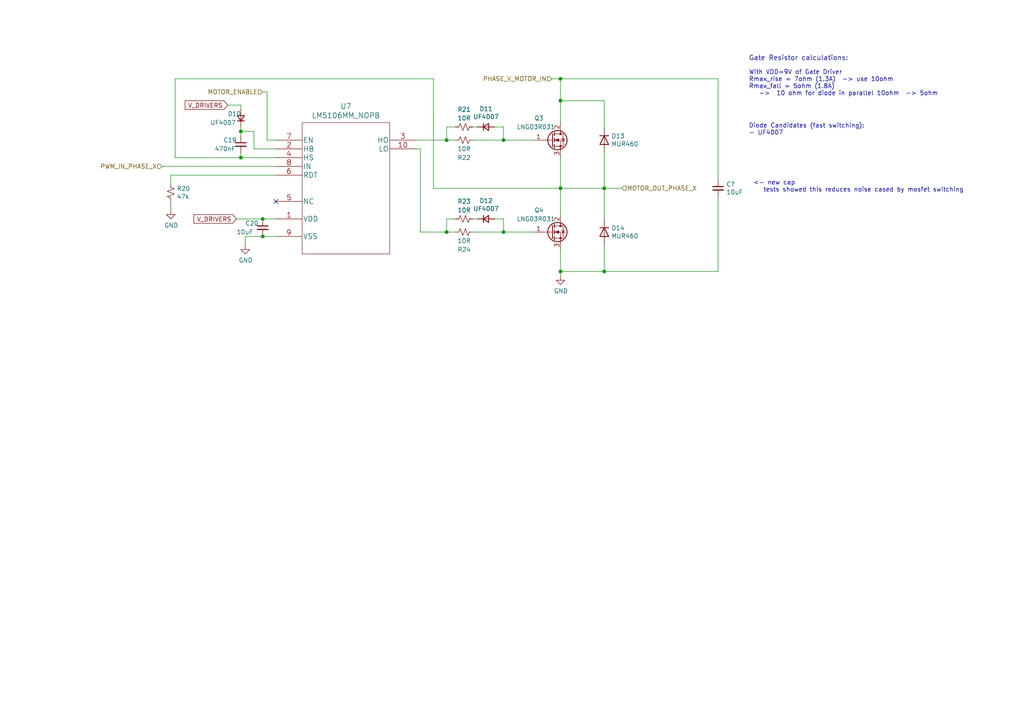
<source format=kicad_sch>
(kicad_sch (version 20250114) (generator "eeschema") (generator_version "9.0")
  (paper "A4")
  (title_block (title "Motor Driver - Power Stage") (date "2025-11-1") (rev "0"))
  (lib_symbols
    (symbol "Device:C_Small" (pin_numbers (hide yes)) (pin_names (offset 0.254) (hide yes))
      (property "Reference" "C" (at 0.254 1.778 0))
      (property "Value" "C_Small" (at 0.254 -2.032 0))
      (symbol "C_Small_0_1"
        (polyline (pts (xy -1.524 0.508) (xy 1.524 0.508)) (stroke (width 0.3048)))
        (polyline (pts (xy -1.524 -0.508) (xy 1.524 -0.508)) (stroke (width 0.3302)))
      )
      (symbol "C_Small_1_1"
        (pin passive line (at 0 2.54 270) (length 2.032) (name "~") (number "1"))
        (pin passive line (at 0 -2.54 90) (length 2.032) (name "~") (number "2"))
      )
    )
    (symbol "Device:D" (pin_numbers (hide yes)) (pin_names (offset 1.016) (hide yes))
      (property "Reference" "D" (at 0 2.54 0))
      (property "Value" "D" (at 0 -2.54 0))
      (symbol "D_0_1"
        (polyline (pts (xy -1.27 1.27) (xy -1.27 -1.27)) (stroke (width 0.254)))
        (polyline (pts (xy 1.27 1.27) (xy 1.27 -1.27) (xy -1.27 0) (xy 1.27 1.27)) (stroke (width 0.254)))
        (polyline (pts (xy 1.27 0) (xy -1.27 0)))
      )
      (symbol "D_1_1"
        (pin passive line (at -3.81 0 0) (length 2.54) (name "K") (number "1"))
        (pin passive line (at 3.81 0 180) (length 2.54) (name "A") (number "2"))
      )
    )
    (symbol "Device:D_Small" (pin_numbers (hide yes)) (pin_names (offset 0.254) (hide yes))
      (property "Reference" "D" (at -1.27 2.032 0))
      (property "Value" "D_Small" (at -3.81 -2.032 0))
      (symbol "D_Small_0_1"
        (polyline (pts (xy -0.762 0) (xy 0.762 0)))
        (polyline (pts (xy -0.762 -1.016) (xy -0.762 1.016)) (stroke (width 0.254)))
        (polyline (pts (xy 0.762 -1.016) (xy -0.762 0) (xy 0.762 1.016) (xy 0.762 -1.016)) (stroke (width 0.254)))
      )
      (symbol "D_Small_1_1"
        (pin passive line (at -2.54 0 0) (length 1.778) (name "K") (number "1"))
        (pin passive line (at 2.54 0 180) (length 1.778) (name "A") (number "2"))
      )
    )
    (symbol "Device:Q_NMOS_GDS" (pin_names (offset 0) (hide yes))
      (property "Reference" "Q" (at 5.08 1.27 0))
      (property "Value" "Q_NMOS_GDS" (at 5.08 -1.27 0))
      (symbol "Q_NMOS_GDS_0_1"
        (polyline (pts (xy 0.254 1.905) (xy 0.254 -1.905)) (stroke (width 0.254)))
        (polyline (pts (xy 0.254 0) (xy -2.54 0)))
        (polyline (pts (xy 0.762 2.286) (xy 0.762 1.27)) (stroke (width 0.254)))
        (polyline (pts (xy 0.762 0.508) (xy 0.762 -0.508)) (stroke (width 0.254)))
        (polyline (pts (xy 0.762 -1.27) (xy 0.762 -2.286)) (stroke (width 0.254)))
        (polyline (pts (xy 0.762 -1.778) (xy 3.302 -1.778) (xy 3.302 1.778) (xy 0.762 1.778)))
        (polyline (pts (xy 1.016 0) (xy 2.032 0.381) (xy 2.032 -0.381) (xy 1.016 0)) (fill (type outline)))
        (circle (center 1.651 0) (radius 2.794) (stroke (width 0.254)))
        (polyline (pts (xy 2.54 2.54) (xy 2.54 1.778)))
        (circle (center 2.54 1.778) (radius 0.254) (fill (type outline)))
        (circle (center 2.54 -1.778) (radius 0.254) (fill (type outline)))
        (polyline (pts (xy 2.54 -2.54) (xy 2.54 0) (xy 0.762 0)))
        (polyline (pts (xy 2.794 0.508) (xy 2.921 0.381) (xy 3.683 0.381) (xy 3.81 0.254)))
        (polyline (pts (xy 3.302 0.381) (xy 2.921 -0.254) (xy 3.683 -0.254) (xy 3.302 0.381)))
      )
      (symbol "Q_NMOS_GDS_1_1"
        (pin input line (at -5.08 0 0) (length 2.54) (name "G") (number "1"))
        (pin passive line (at 2.54 5.08 270) (length 2.54) (name "D") (number "2"))
        (pin passive line (at 2.54 -5.08 90) (length 2.54) (name "S") (number "3"))
      )
    )
    (symbol "Device:R_Small_US" (pin_numbers (hide yes)) (pin_names (offset 0.254) (hide yes))
      (property "Reference" "R" (at 0.762 0.508 0))
      (property "Value" "R_Small_US" (at 0.762 -1.016 0))
      (symbol "R_Small_US_1_1"
        (polyline (pts (xy 0 1.524) (xy 1.016 1.143) (xy 0 0.762) (xy -1.016 0.381) (xy 0 0)))
        (polyline (pts (xy 0 0) (xy 1.016 -0.381) (xy 0 -0.762) (xy -1.016 -1.143) (xy 0 -1.524)))
        (pin passive line (at 0 2.54 270) (length 1.016) (name "~") (number "1"))
        (pin passive line (at 0 -2.54 90) (length 1.016) (name "~") (number "2"))
      )
    )
    (symbol "motorDriver-rescue:LM5106MM_NOPB-lm5106" (pin_names (offset 0.254))
      (property "Value" "lm5106_LM5106MM_NOPB" (at 20.32 7.62 0))
      (symbol "LM5106MM_NOPB-lm5106_1_1"
        (polyline (pts (xy 7.62 5.08) (xy 7.62 -33.02)) (stroke (width 0.127)))
        (polyline (pts (xy 7.62 -33.02) (xy 33.02 -33.02)) (stroke (width 0.127)))
        (polyline (pts (xy 33.02 5.08) (xy 7.62 5.08)) (stroke (width 0.127)))
        (polyline (pts (xy 33.02 -33.02) (xy 33.02 5.08)) (stroke (width 0.127)))
        (pin input line (at 0 0 0) (length 7.62) (name "EN") (number "7"))
        (pin input line (at 0 -2.54 0) (length 7.62) (name "HB") (number "2"))
        (pin input line (at 0 -5.08 0) (length 7.62) (name "HS") (number "4"))
        (pin input line (at 0 -7.62 0) (length 7.62) (name "IN") (number "8"))
        (pin input line (at 0 -10.16 0) (length 7.62) (name "RDT") (number "6"))
        (pin passive line (at 0 -17.78 0) (length 7.62) (name "NC") (number "5"))
        (pin power_in line (at 0 -22.86 0) (length 7.62) (name "VDD") (number "1"))
        (pin power_in line (at 0 -27.94 0) (length 7.62) (name "VSS") (number "9"))
        (pin output line (at 40.64 0 180) (length 7.62) (name "HO") (number "3"))
        (pin output line (at 40.64 -2.54 180) (length 7.62) (name "LO") (number "10"))
      )
    )
    (symbol "power:GND" (power) (pin_names (offset 0))
      (property "Value" "GND" (at 0 -3.81 0))
      (symbol "GND_0_1"
        (polyline (pts (xy 0 0) (xy 0 -1.27) (xy 1.27 -1.27) (xy 0 -2.54) (xy -1.27 -1.27) (xy 0 -1.27)))
      )
      (symbol "GND_1_1"
        (pin power_in line (at 0 0 270) (length 0) (hide yes) (name "GND") (number "1"))
      )
    )
  )
  (text "<- new cap\n   tests showed this reduces noise cased by mosfet switching" (at 218.44 55.88 0) (effects (font (size 1.27 1.27)) (justify left bottom)))
  (text "With VDD=9V of Gate Driver\nRmax_rise = 7ohm (1.3A)  -> use 10ohm\nRmax_fall = 5ohm (1.8A)    \n   ->  10 ohm for diode in parallel 10ohm  -> 5ohm" (at 217.17 27.94 0) (effects (font (size 1.27 1.27)) (justify left bottom)))
  (text "Diode Candidates (fast switching):\n- UF4007 " (at 217.17 39.37 0) (effects (font (size 1.27 1.27)) (justify left bottom)))
  (text "Gate Resistor calculations:" (at 217.17 17.78 0) (effects (font (size 1.397 1.397)) (justify left bottom)))
  (junction (at 162.56 22.86))
  (junction (at 129.54 40.64))
  (junction (at 76.2 63.5))
  (junction (at 162.56 29.21))
  (junction (at 69.85 38.1))
  (junction (at 175.26 78.74))
  (junction (at 129.54 67.31))
  (junction (at 175.26 54.61))
  (junction (at 69.85 45.72))
  (junction (at 146.05 40.64))
  (junction (at 146.05 67.31))
  (junction (at 76.2 68.58))
  (junction (at 162.56 54.61))
  (junction (at 162.56 78.74))
  (no_connect (at 80.01 58.42))
  (wire (pts (xy 146.05 36.83) (xy 146.05 40.64)))
  (wire (pts (xy 66.04 30.48) (xy 69.85 30.48)))
  (wire (pts (xy 121.92 67.31) (xy 129.54 67.31)))
  (wire (pts (xy 69.85 45.72) (xy 80.01 45.72)))
  (wire (pts (xy 69.85 44.45) (xy 69.85 45.72)))
  (wire (pts (xy 162.56 22.86) (xy 208.28 22.86)))
  (wire (pts (xy 143.51 36.83) (xy 146.05 36.83)))
  (wire (pts (xy 73.66 43.18) (xy 80.01 43.18)))
  (wire (pts (xy 208.28 57.15) (xy 208.28 78.74)))
  (wire (pts (xy 46.99 48.26) (xy 80.01 48.26)))
  (wire (pts (xy 73.66 38.1) (xy 69.85 38.1)))
  (wire (pts (xy 146.05 67.31) (xy 154.94 67.31)))
  (wire (pts (xy 175.26 71.12) (xy 175.26 78.74)))
  (wire (pts (xy 162.56 72.39) (xy 162.56 78.74)))
  (wire (pts (xy 50.8 22.86) (xy 50.8 45.72)))
  (wire (pts (xy 69.85 30.48) (xy 69.85 31.75)))
  (wire (pts (xy 71.12 68.58) (xy 71.12 71.12)))
  (wire (pts (xy 120.65 40.64) (xy 129.54 40.64)))
  (wire (pts (xy 125.73 22.86) (xy 125.73 54.61)))
  (wire (pts (xy 129.54 63.5) (xy 129.54 67.31)))
  (wire (pts (xy 77.47 40.64) (xy 80.01 40.64)))
  (wire (pts (xy 175.26 44.45) (xy 175.26 54.61)))
  (wire (pts (xy 129.54 67.31) (xy 132.08 67.31)))
  (wire (pts (xy 49.53 58.42) (xy 49.53 60.96)))
  (wire (pts (xy 208.28 78.74) (xy 175.26 78.74)))
  (wire (pts (xy 162.56 78.74) (xy 162.56 80.01)))
  (wire (pts (xy 69.85 36.83) (xy 69.85 38.1)))
  (wire (pts (xy 71.12 68.58) (xy 76.2 68.58)))
  (wire (pts (xy 129.54 36.83) (xy 129.54 40.64)))
  (wire (pts (xy 162.56 54.61) (xy 175.26 54.61)))
  (wire (pts (xy 76.2 63.5) (xy 80.01 63.5)))
  (wire (pts (xy 160.02 22.86) (xy 162.56 22.86)))
  (wire (pts (xy 129.54 40.64) (xy 132.08 40.64)))
  (wire (pts (xy 69.85 38.1) (xy 69.85 39.37)))
  (wire (pts (xy 50.8 45.72) (xy 69.85 45.72)))
  (wire (pts (xy 143.51 63.5) (xy 146.05 63.5)))
  (wire (pts (xy 175.26 78.74) (xy 162.56 78.74)))
  (wire (pts (xy 49.53 50.8) (xy 49.53 53.34)))
  (wire (pts (xy 146.05 40.64) (xy 154.94 40.64)))
  (wire (pts (xy 137.16 67.31) (xy 146.05 67.31)))
  (wire (pts (xy 162.56 29.21) (xy 162.56 35.56)))
  (wire (pts (xy 125.73 54.61) (xy 162.56 54.61)))
  (wire (pts (xy 208.28 22.86) (xy 208.28 52.07)))
  (wire (pts (xy 162.56 54.61) (xy 162.56 62.23)))
  (wire (pts (xy 137.16 40.64) (xy 146.05 40.64)))
  (wire (pts (xy 175.26 54.61) (xy 175.26 63.5)))
  (wire (pts (xy 121.92 43.18) (xy 121.92 67.31)))
  (wire (pts (xy 162.56 45.72) (xy 162.56 54.61)))
  (wire (pts (xy 129.54 63.5) (xy 132.08 63.5)))
  (wire (pts (xy 175.26 36.83) (xy 175.26 29.21)))
  (wire (pts (xy 73.66 38.1) (xy 73.66 43.18)))
  (wire (pts (xy 137.16 36.83) (xy 138.43 36.83)))
  (wire (pts (xy 162.56 22.86) (xy 162.56 29.21)))
  (wire (pts (xy 50.8 22.86) (xy 125.73 22.86)))
  (wire (pts (xy 49.53 50.8) (xy 80.01 50.8)))
  (wire (pts (xy 120.65 43.18) (xy 121.92 43.18)))
  (wire (pts (xy 146.05 63.5) (xy 146.05 67.31)))
  (wire (pts (xy 77.47 26.67) (xy 77.47 40.64)))
  (wire (pts (xy 76.2 26.67) (xy 77.47 26.67)))
  (wire (pts (xy 129.54 36.83) (xy 132.08 36.83)))
  (wire (pts (xy 68.58 63.5) (xy 76.2 63.5)))
  (wire (pts (xy 175.26 54.61) (xy 180.34 54.61)))
  (wire (pts (xy 175.26 29.21) (xy 162.56 29.21)))
  (wire (pts (xy 76.2 68.58) (xy 80.01 68.58)))
  (wire (pts (xy 137.16 63.5) (xy 138.43 63.5)))
  (global_label "V_DRIVERS" (shape input) (at 66.04 30.48 180) (property "Intersheetrefs" "${INTERSHEET_REFS}" (effects (hide yes))))
  (global_label "V_DRIVERS" (shape input) (at 68.58 63.5 180) (property "Intersheetrefs" "${INTERSHEET_REFS}" (effects (hide yes))))
  (hierarchical_label "PWM_IN_PHASE_X" (shape input) (at 46.99 48.26 180))
  (hierarchical_label "PHASE_V_MOTOR_IN" (shape input) (at 160.02 22.86 180))
  (hierarchical_label "MOTOR_ENABLE" (shape input) (at 76.2 26.67 180))
  (hierarchical_label "MOTOR_OUT_PHASE_X" (shape input) (at 180.34 54.61 0))
  (symbol (lib_id "Device:R_Small_US") (at 134.62 36.83 270) (unit 1)
    (property "Reference" "R15" (at 134.62 31.75 90))
    (property "Value" "10R" (at 134.62 34.29 90))
    (property "Footprint" "Resistor_SMD:R_1206_3216Metric_Pad1.42x1.75mm_HandSolder" (effects (hide yes)))
    (instances (project "motorDriver" (path "" (reference "R21") (unit 1)) (path "" (reference "R27") (unit 1)) (path "" (reference "R36") (unit 1)) (path "" (reference "R41") (unit 1)) (path "" (reference "R46") (unit 1)) (path "" (reference "R15") (unit 1))))
  )
  (symbol (lib_id "Device:D_Small") (at 140.97 63.5 0) (unit 1)
    (property "Reference" "D7" (at 140.97 58.2422 0))
    (property "Value" "UF4007" (at 140.97 60.5536 0))
    (property "Footprint" "Diode_THT:D_T-1_P5.08mm_Horizontal" (effects (hide yes)))
    (instances (project "motorDriver" (path "" (reference "D12") (unit 1)) (path "" (reference "D17") (unit 1)) (path "" (reference "D22") (unit 1)) (path "" (reference "D27") (unit 1)) (path "" (reference "D32") (unit 1)) (path "" (reference "D7") (unit 1))))
  )
  (symbol (lib_id "Device:R_Small_US") (at 134.62 67.31 270) (unit 1)
    (property "Reference" "R18" (at 134.62 72.39 90))
    (property "Value" "10R" (at 134.62 69.85 90))
    (property "Footprint" "Resistor_SMD:R_1206_3216Metric_Pad1.42x1.75mm_HandSolder" (effects (hide yes)))
    (instances (project "motorDriver" (path "" (reference "R24") (unit 1)) (path "" (reference "R30") (unit 1)) (path "" (reference "R39") (unit 1)) (path "" (reference "R44") (unit 1)) (path "" (reference "R49") (unit 1)) (path "" (reference "R18") (unit 1))))
  )
  (symbol (lib_id "Device:R_Small_US") (at 134.62 63.5 270) (unit 1)
    (property "Reference" "R17" (at 134.62 58.42 90))
    (property "Value" "10R" (at 134.62 60.96 90))
    (property "Footprint" "Resistor_SMD:R_1206_3216Metric_Pad1.42x1.75mm_HandSolder" (effects (hide yes)))
    (instances (project "motorDriver" (path "" (reference "R23") (unit 1)) (path "" (reference "R29") (unit 1)) (path "" (reference "R38") (unit 1)) (path "" (reference "R43") (unit 1)) (path "" (reference "R48") (unit 1)) (path "" (reference "R17") (unit 1))))
  )
  (symbol (lib_id "Device:C_Small") (at 76.2 66.04 0) (unit 1)
    (property "Reference" "C17" (at 71.12 64.77 0) (effects (justify left)))
    (property "Value" "10uF" (at 68.58 67.31 0) (effects (justify left)))
    (property "Footprint" "Capacitor_SMD:C_0805_2012Metric_Pad1.15x1.40mm_HandSolder" (effects (hide yes)))
    (instances (project "motorDriver" (path "" (reference "C20") (unit 1)) (path "" (reference "C23") (unit 1)) (path "" (reference "C25") (unit 1)) (path "" (reference "C27") (unit 1)) (path "" (reference "C29") (unit 1)) (path "" (reference "C17") (unit 1))))
  )
  (symbol (lib_id "Device:Q_NMOS_GDS") (at 160.02 40.64 0) (unit 1)
    (property "Reference" "Q1" (at 154.94 34.29 0) (effects (justify left)))
    (property "Value" "LNG03R031" (at 149.86 36.83 0) (effects (justify left)))
    (property "Footprint" "Package_TO_SOT_SMD:TO-252-2" (effects (hide yes)))
    (instances (project "motorDriver" (path "" (reference "Q3") (unit 1)) (path "" (reference "Q5") (unit 1)) (path "" (reference "Q7") (unit 1)) (path "" (reference "Q9") (unit 1)) (path "" (reference "Q11") (unit 1)) (path "" (reference "Q1") (unit 1))))
  )
  (symbol (lib_id "Device:Q_NMOS_GDS") (at 160.02 67.31 0) (unit 1)
    (property "Reference" "Q2" (at 154.94 60.96 0) (effects (justify left)))
    (property "Value" "LNG03R031" (at 149.86 63.5 0) (effects (justify left)))
    (property "Footprint" "Package_TO_SOT_SMD:TO-252-2" (effects (hide yes)))
    (instances (project "motorDriver" (path "" (reference "Q4") (unit 1)) (path "" (reference "Q6") (unit 1)) (path "" (reference "Q8") (unit 1)) (path "" (reference "Q10") (unit 1)) (path "" (reference "Q12") (unit 1)) (path "" (reference "Q2") (unit 1))))
  )
  (symbol (lib_id "power:GND") (at 71.12 71.12 0) (unit 1)
    (property "Reference" "#PWR036" (effects (hide yes)))
    (property "Value" "GND" (at 71.247 75.5142 0))
    (instances (project "motorDriver" (path "" (reference "#PWR039") (unit 1)) (path "" (reference "#PWR042") (unit 1)) (path "" (reference "#PWR0105") (unit 1)) (path "" (reference "#PWR0108") (unit 1)) (path "" (reference "#PWR0111") (unit 1)) (path "" (reference "#PWR036") (unit 1))))
  )
  (symbol (lib_id "motorDriver-rescue:LM5106MM_NOPB-lm5106") (at 80.01 40.64 0) (unit 1)
    (property "Reference" "U6" (at 100.33 30.8102 0) (effects (font (size 1.524 1.524))))
    (property "Value" "LM5106MM_NOPB" (at 100.33 33.5026 0) (effects (font (size 1.524 1.524))))
    (property "Footprint" "lm5106:LM5106MM_slash_NOPB" (effects (hide yes)))
    (instances (project "motorDriver" (path "" (reference "U7") (unit 1)) (path "" (reference "U8") (unit 1)) (path "" (reference "U10") (unit 1)) (path "" (reference "U11") (unit 1)) (path "" (reference "U13") (unit 1)) (path "" (reference "U6") (unit 1))))
  )
  (symbol (lib_id "Device:R_Small_US") (at 134.62 40.64 270) (unit 1)
    (property "Reference" "R16" (at 134.62 45.72 90))
    (property "Value" "10R" (at 134.62 43.18 90))
    (property "Footprint" "Resistor_SMD:R_1206_3216Metric_Pad1.42x1.75mm_HandSolder" (effects (hide yes)))
    (instances (project "motorDriver" (path "" (reference "R22") (unit 1)) (path "" (reference "R28") (unit 1)) (path "" (reference "R37") (unit 1)) (path "" (reference "R42") (unit 1)) (path "" (reference "R47") (unit 1)) (path "" (reference "R16") (unit 1))))
  )
  (symbol (lib_id "Device:D_Small") (at 140.97 36.83 0) (unit 1)
    (property "Reference" "D6" (at 140.97 31.5722 0))
    (property "Value" "UF4007" (at 140.97 33.8836 0))
    (property "Footprint" "Diode_THT:D_T-1_P5.08mm_Horizontal" (effects (hide yes)))
    (instances (project "motorDriver" (path "" (reference "D11") (unit 1)) (path "" (reference "D16") (unit 1)) (path "" (reference "D21") (unit 1)) (path "" (reference "D26") (unit 1)) (path "" (reference "D31") (unit 1)) (path "" (reference "D6") (unit 1))))
  )
  (symbol (lib_id "Device:C_Small") (at 69.85 41.91 0) (unit 1)
    (property "Reference" "C16" (at 64.77 40.64 0) (effects (justify left)))
    (property "Value" "470nF" (at 62.23 43.18 0) (effects (justify left)))
    (property "Footprint" "Capacitor_SMD:C_0805_2012Metric_Pad1.15x1.40mm_HandSolder" (effects (hide yes)))
    (instances (project "motorDriver" (path "" (reference "C19") (unit 1)) (path "" (reference "C22") (unit 1)) (path "" (reference "C24") (unit 1)) (path "" (reference "C26") (unit 1)) (path "" (reference "C28") (unit 1)) (path "" (reference "C16") (unit 1))))
  )
  (symbol (lib_id "Device:D_Small") (at 69.85 34.29 90) (unit 1)
    (property "Reference" "D5" (at 66.04 33.02 90) (effects (justify right)))
    (property "Value" "UF4007" (at 60.96 35.56 90) (effects (justify right)))
    (property "Footprint" "Diode_THT:D_T-1_P5.08mm_Horizontal" (effects (hide yes)))
    (instances (project "motorDriver" (path "" (reference "D10") (unit 1)) (path "" (reference "D15") (unit 1)) (path "" (reference "D20") (unit 1)) (path "" (reference "D25") (unit 1)) (path "" (reference "D30") (unit 1)) (path "" (reference "D5") (unit 1))))
  )
  (symbol (lib_id "power:GND") (at 162.56 80.01 0) (unit 1)
    (property "Reference" "#PWR037" (effects (hide yes)))
    (property "Value" "GND" (at 162.687 84.4042 0))
    (instances (project "motorDriver" (path "" (reference "#PWR040") (unit 1)) (path "" (reference "#PWR043") (unit 1)) (path "" (reference "#PWR0107") (unit 1)) (path "" (reference "#PWR0110") (unit 1)) (path "" (reference "#PWR0113") (unit 1)) (path "" (reference "#PWR037") (unit 1))))
  )
  (symbol (lib_id "power:GND") (at 49.53 60.96 0) (unit 1)
    (property "Reference" "#PWR035" (effects (hide yes)))
    (property "Value" "GND" (at 49.657 65.3542 0))
    (instances (project "motorDriver" (path "" (reference "#PWR038") (unit 1)) (path "" (reference "#PWR041") (unit 1)) (path "" (reference "#PWR0106") (unit 1)) (path "" (reference "#PWR0109") (unit 1)) (path "" (reference "#PWR0112") (unit 1)) (path "" (reference "#PWR035") (unit 1))))
  )
  (symbol (lib_id "Device:R_Small_US") (at 49.53 55.88 0) (unit 1)
    (property "Reference" "R14" (at 51.2572 54.7116 0) (effects (justify left)))
    (property "Value" "47k" (at 51.2572 57.023 0) (effects (justify left)))
    (property "Footprint" "Resistor_SMD:R_1206_3216Metric_Pad1.42x1.75mm_HandSolder" (effects (hide yes)))
    (instances (project "motorDriver" (path "" (reference "R20") (unit 1)) (path "" (reference "R26") (unit 1)) (path "" (reference "R35") (unit 1)) (path "" (reference "R40") (unit 1)) (path "" (reference "R45") (unit 1)) (path "" (reference "R14") (unit 1))))
  )
  (symbol (lib_id "Device:D") (at 175.26 40.64 270) (unit 1)
    (property "Reference" "D8" (at 177.292 39.4716 90) (effects (justify left)))
    (property "Value" "MUR460" (at 177.292 41.783 90) (effects (justify left)))
    (property "Footprint" "added:D_DO-15_P10.16mm__H1.4mm_Horizontal" (effects (hide yes)))
    (instances (project "motorDriver" (path "" (reference "D13") (unit 1)) (path "" (reference "D18") (unit 1)) (path "" (reference "D23") (unit 1)) (path "" (reference "D28") (unit 1)) (path "" (reference "D33") (unit 1)) (path "" (reference "D8") (unit 1))))
  )
  (symbol (lib_id "Device:D") (at 175.26 67.31 270) (unit 1)
    (property "Reference" "D9" (at 177.292 66.1416 90) (effects (justify left)))
    (property "Value" "MUR460" (at 177.292 68.453 90) (effects (justify left)))
    (property "Footprint" "added:D_DO-15_P10.16mm__H1.4mm_Horizontal" (effects (hide yes)))
    (instances (project "motorDriver" (path "" (reference "D14") (unit 1)) (path "" (reference "D19") (unit 1)) (path "" (reference "D24") (unit 1)) (path "" (reference "D29") (unit 1)) (path "" (reference "D34") (unit 1)) (path "" (reference "D9") (unit 1))))
  )
  (symbol (lib_id "Device:C_Small") (at 208.28 54.61 0) (unit 1)
    (property "Reference" "C?" (at 210.6168 53.4416 0) (effects (justify left)))
    (property "Value" "10uF" (at 210.6168 55.753 0) (effects (justify left)))
  )
)
</source>
